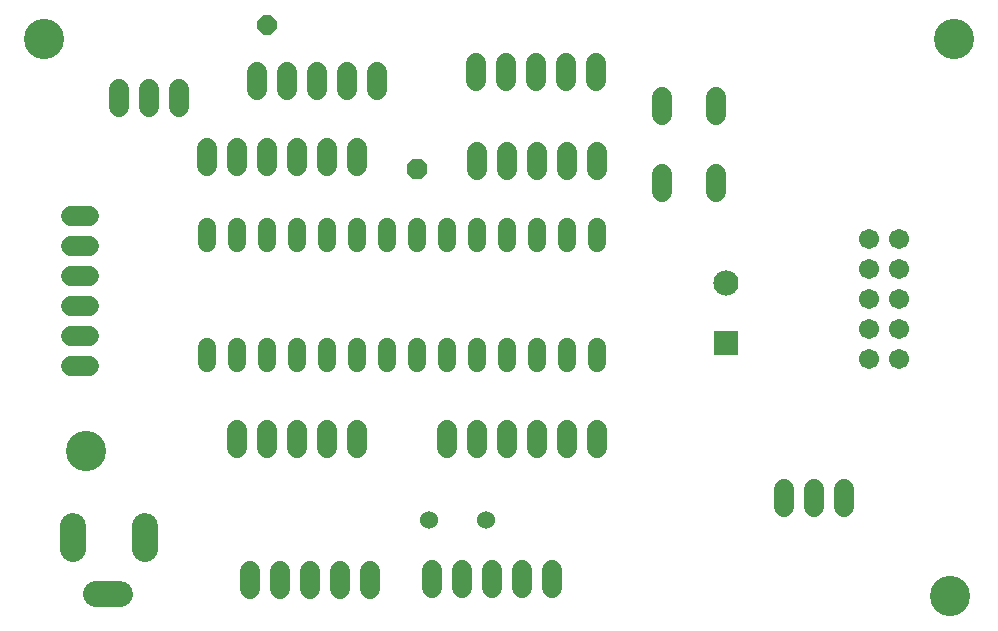
<source format=gbs>
G75*
%MOIN*%
%OFA0B0*%
%FSLAX24Y24*%
%IPPOS*%
%LPD*%
%AMOC8*
5,1,8,0,0,1.08239X$1,22.5*
%
%ADD10C,0.1340*%
%ADD11C,0.0600*%
%ADD12C,0.0840*%
%ADD13R,0.0840X0.0840*%
%ADD14C,0.0680*%
%ADD15C,0.0674*%
%ADD16C,0.0867*%
%ADD17OC8,0.0680*%
%ADD18C,0.0600*%
%ADD19OC8,0.0640*%
D10*
X003560Y006060D03*
X002160Y019800D03*
X032510Y019800D03*
X032350Y001230D03*
D11*
X020600Y008990D02*
X020600Y009510D01*
X019600Y009510D02*
X019600Y008990D01*
X018600Y008990D02*
X018600Y009510D01*
X017600Y009510D02*
X017600Y008990D01*
X016600Y008990D02*
X016600Y009510D01*
X015600Y009510D02*
X015600Y008990D01*
X014600Y008990D02*
X014600Y009510D01*
X013600Y009510D02*
X013600Y008990D01*
X012600Y008990D02*
X012600Y009510D01*
X011600Y009510D02*
X011600Y008990D01*
X010600Y008990D02*
X010600Y009510D01*
X009600Y009510D02*
X009600Y008990D01*
X008600Y008990D02*
X008600Y009510D01*
X007600Y009510D02*
X007600Y008990D01*
X007600Y012990D02*
X007600Y013510D01*
X008600Y013510D02*
X008600Y012990D01*
X009600Y012990D02*
X009600Y013510D01*
X010600Y013510D02*
X010600Y012990D01*
X011600Y012990D02*
X011600Y013510D01*
X012600Y013510D02*
X012600Y012990D01*
X013600Y012990D02*
X013600Y013510D01*
X014600Y013510D02*
X014600Y012990D01*
X015600Y012990D02*
X015600Y013510D01*
X016600Y013510D02*
X016600Y012990D01*
X017600Y012990D02*
X017600Y013510D01*
X018600Y013510D02*
X018600Y012990D01*
X019600Y012990D02*
X019600Y013510D01*
X020600Y013510D02*
X020600Y012990D01*
D12*
X024910Y011670D03*
D13*
X024910Y009670D03*
D14*
X020600Y006770D02*
X020600Y006170D01*
X019600Y006170D02*
X019600Y006770D01*
X018600Y006770D02*
X018600Y006170D01*
X017600Y006170D02*
X017600Y006770D01*
X016600Y006770D02*
X016600Y006170D01*
X015600Y006170D02*
X015600Y006770D01*
X012600Y006770D02*
X012600Y006170D01*
X011600Y006170D02*
X011600Y006770D01*
X010600Y006770D02*
X010600Y006170D01*
X009600Y006170D02*
X009600Y006770D01*
X008600Y006770D02*
X008600Y006170D01*
X003670Y008900D02*
X003070Y008900D01*
X003070Y009900D02*
X003670Y009900D01*
X003670Y010900D02*
X003070Y010900D01*
X003070Y011900D02*
X003670Y011900D01*
X003670Y012900D02*
X003070Y012900D01*
X003070Y013900D02*
X003670Y013900D01*
X007600Y015560D02*
X007600Y016160D01*
X008600Y016160D02*
X008600Y015560D01*
X009600Y015560D02*
X009600Y016160D01*
X010600Y016160D02*
X010600Y015560D01*
X011600Y015560D02*
X011600Y016160D01*
X012600Y016160D02*
X012600Y015560D01*
X012270Y018100D02*
X012270Y018700D01*
X011270Y018700D02*
X011270Y018100D01*
X010270Y018100D02*
X010270Y018700D01*
X009270Y018700D02*
X009270Y018100D01*
X006680Y018140D02*
X006680Y017540D01*
X005680Y017540D02*
X005680Y018140D01*
X004680Y018140D02*
X004680Y017540D01*
X013270Y018100D02*
X013270Y018700D01*
X016560Y018990D02*
X016560Y018390D01*
X017560Y018390D02*
X017560Y018990D01*
X018560Y018990D02*
X018560Y018390D01*
X019560Y018390D02*
X019560Y018990D01*
X020560Y018990D02*
X020560Y018390D01*
X022780Y017850D02*
X022780Y017250D01*
X024560Y017250D02*
X024560Y017850D01*
X020600Y016020D02*
X020600Y015420D01*
X019600Y015420D02*
X019600Y016020D01*
X018600Y016020D02*
X018600Y015420D01*
X017600Y015420D02*
X017600Y016020D01*
X016600Y016020D02*
X016600Y015420D01*
X022780Y015290D02*
X022780Y014690D01*
X024560Y014690D02*
X024560Y015290D01*
X026830Y004790D02*
X026830Y004190D01*
X027830Y004190D02*
X027830Y004790D01*
X028830Y004790D02*
X028830Y004190D01*
X019090Y002090D02*
X019090Y001490D01*
X018090Y001490D02*
X018090Y002090D01*
X017090Y002090D02*
X017090Y001490D01*
X016090Y001490D02*
X016090Y002090D01*
X015090Y002090D02*
X015090Y001490D01*
X013020Y001460D02*
X013020Y002060D01*
X012020Y002060D02*
X012020Y001460D01*
X011020Y001460D02*
X011020Y002060D01*
X010020Y002060D02*
X010020Y001460D01*
X009020Y001460D02*
X009020Y002060D01*
D15*
X029670Y009130D03*
X030670Y009130D03*
X030670Y010130D03*
X029670Y010130D03*
X029670Y011130D03*
X030670Y011130D03*
X030670Y012130D03*
X029670Y012130D03*
X029670Y013130D03*
X030670Y013130D03*
D16*
X004694Y001290D02*
X003906Y001290D01*
X003119Y002786D02*
X003119Y003574D01*
X005520Y003574D02*
X005520Y002786D01*
D17*
X014600Y015450D03*
D18*
X014990Y003750D03*
X016890Y003750D03*
D19*
X009600Y020250D03*
M02*

</source>
